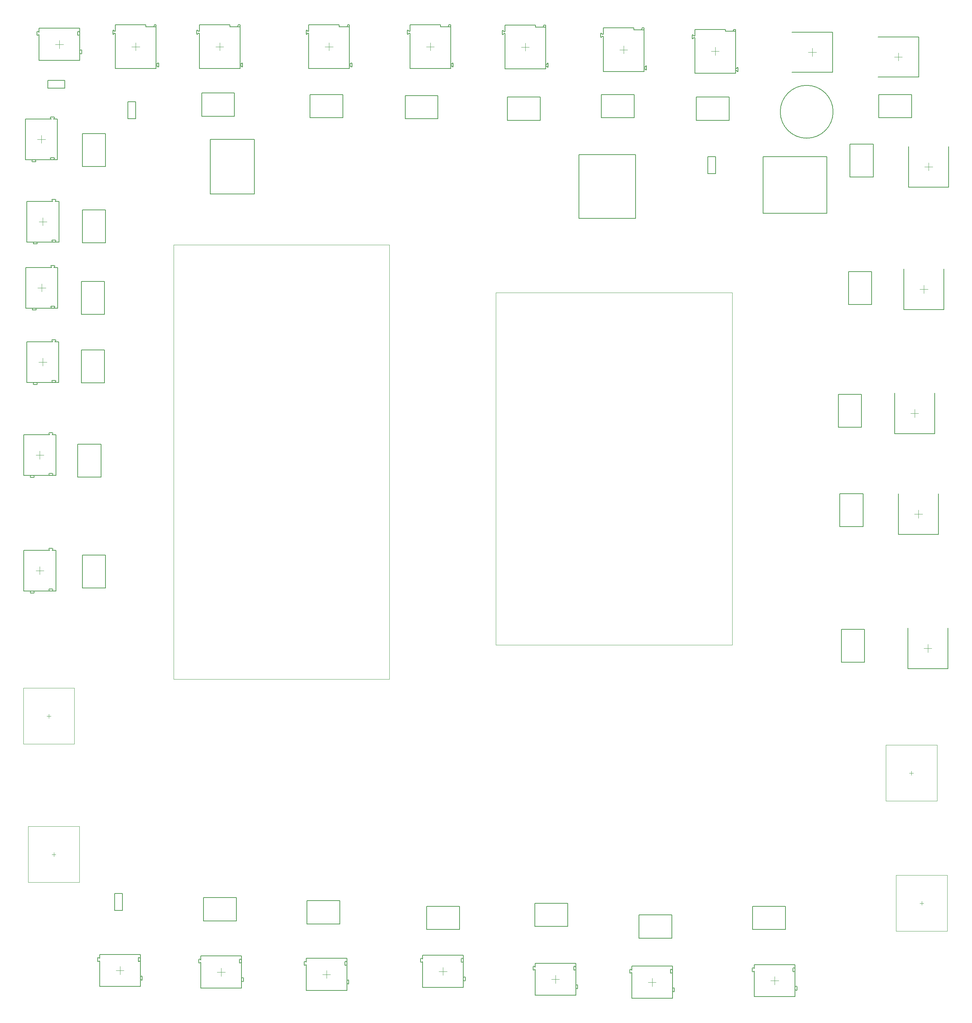
<source format=gbr>
%FSTAX25Y25*%
%MOIN*%
%SFA1B1*%

%IPPOS*%
%ADD34C,0.007874*%
%ADD48C,0.003937*%
%ADD49C,0.001969*%
G54D34*
X0090118Y0050669D02*
D01*
D01*
G75*
G03X0089527Y0050314I-0000196J-0000341D01*
G74*G01*
Y0046929D02*
D01*
D01*
G75*
G03X0090118Y0046574I0000405J0000007D01*
G74*G01*
X0129527Y0046929D02*
D01*
D01*
G75*
G03X0130118Y0046574I0000405J0000007D01*
G74*G01*
X0131496Y0046692D02*
D01*
D01*
G75*
G03X0130905Y0047047I-0000405J-0000007D01*
G74*G01*
Y0050196D02*
D01*
D01*
G75*
G03X0131496Y0050551I0000196J0000341D01*
G74*G01*
X0130118Y0050669D02*
D01*
D01*
G75*
G03X0129527Y0050314I-0000196J-0000341D01*
G74*G01*
X0133464Y0032047D02*
D01*
D01*
G75*
G03X0132874Y0032401I-0000405J-0000007D01*
G74*G01*
Y0028346D02*
D01*
D01*
G75*
G03X0133464Y0028661I0000196J0000342D01*
G74*G01*
X0189606Y0049133D02*
D01*
D01*
G75*
G03X0189015Y0048818I-0000196J-0000342D01*
G74*G01*
Y0045433D02*
D01*
D01*
G75*
G03X0189606Y0045078I0000405J0000007D01*
G74*G01*
X0229015Y0045433D02*
D01*
D01*
G75*
G03X0229606Y0045078I0000405J0000007D01*
G74*G01*
X0230984Y0045196D02*
D01*
D01*
G75*
G03X0230393Y0045551I-0000405J-0000007D01*
G74*G01*
Y00487D02*
D01*
D01*
G75*
G03X0230984Y0049055I0000196J0000341D01*
G74*G01*
X0229606Y0049133D02*
D01*
D01*
G75*
G03X0229015Y0048818I-0000196J-0000342D01*
G74*G01*
X0232952Y0030551D02*
D01*
D01*
G75*
G03X0232362Y0030905I-0000405J-0000007D01*
G74*G01*
Y0026811D02*
D01*
D01*
G75*
G03X0232952Y0027165I0000196J0000341D01*
G74*G01*
X029311Y004685D02*
D01*
D01*
G75*
G03X0292519Y0046535I-0000196J-0000342D01*
G74*G01*
Y0043149D02*
D01*
D01*
G75*
G03X029311Y0042795I0000405J0000007D01*
G74*G01*
X0332519Y0043149D02*
D01*
D01*
G75*
G03X033311Y0042795I0000405J0000007D01*
G74*G01*
X0334488Y0042913D02*
D01*
D01*
G75*
G03X0333897Y0043228I-0000373J0000011D01*
G74*G01*
Y0046417D02*
D01*
D01*
G75*
G03X0334488Y0046732I0000196J0000342D01*
G74*G01*
X033311Y004685D02*
D01*
D01*
G75*
G03X0332519Y0046535I-0000196J-0000342D01*
G74*G01*
X0336456Y0028267D02*
D01*
D01*
G75*
G03X0335866Y0028622I-0000405J-0000007D01*
G74*G01*
Y0024527D02*
D01*
D01*
G75*
G03X0336456Y0024881I0000196J0000341D01*
G74*G01*
X0407637Y0049881D02*
D01*
D01*
G75*
G03X0407047Y0049527I-0000196J-0000341D01*
G74*G01*
Y0046141D02*
D01*
D01*
G75*
G03X0407637Y0045787I0000405J0000007D01*
G74*G01*
X0447047Y0046141D02*
D01*
D01*
G75*
G03X0447637Y0045787I0000405J0000007D01*
G74*G01*
X0449015Y0045905D02*
D01*
D01*
G75*
G03X0448425Y0046259I-0000405J-0000007D01*
G74*G01*
Y0049409D02*
D01*
D01*
G75*
G03X0449015Y0049763I0000196J0000341D01*
G74*G01*
X0447637Y0049881D02*
D01*
D01*
G75*
G03X0447047Y0049527I-0000196J-0000341D01*
G74*G01*
X0450984Y0031259D02*
D01*
D01*
G75*
G03X0450393Y0031614I-0000405J-0000007D01*
G74*G01*
Y0027559D02*
D01*
D01*
G75*
G03X0450984Y0027874I0000196J0000342D01*
G74*G01*
X051811Y0042165D02*
D01*
D01*
G75*
G03X0517519Y0041811I-0000196J-0000341D01*
G74*G01*
Y0038425D02*
D01*
D01*
G75*
G03X051811Y003807I0000405J0000007D01*
G74*G01*
X0557519Y0038425D02*
D01*
D01*
G75*
G03X055811Y003807I0000405J0000007D01*
G74*G01*
X0559488Y0038188D02*
D01*
D01*
G75*
G03X0558897Y0038543I-0000405J-0000007D01*
G74*G01*
Y0041692D02*
D01*
D01*
G75*
G03X0559488Y0042047I0000196J0000341D01*
G74*G01*
X055811Y0042165D02*
D01*
D01*
G75*
G03X0557519Y0041811I-0000196J-0000341D01*
G74*G01*
X0561456Y0023543D02*
D01*
D01*
G75*
G03X0560866Y0023897I-0000405J-0000007D01*
G74*G01*
Y0019842D02*
D01*
D01*
G75*
G03X0561456Y0020157I0000196J0000342D01*
G74*G01*
X061311Y0039133D02*
D01*
D01*
G75*
G03X0612519Y0038818I-0000196J-0000342D01*
G74*G01*
Y0035433D02*
D01*
D01*
G75*
G03X061311Y0035078I0000405J0000007D01*
G74*G01*
X0652519Y0035433D02*
D01*
D01*
G75*
G03X065311Y0035078I0000405J0000007D01*
G74*G01*
X0654488Y0035196D02*
D01*
D01*
G75*
G03X0653897Y0035551I-0000405J-0000007D01*
G74*G01*
Y00387D02*
D01*
D01*
G75*
G03X0654488Y0039055I0000196J0000341D01*
G74*G01*
X065311Y0039133D02*
D01*
D01*
G75*
G03X0652519Y0038818I-0000196J-0000342D01*
G74*G01*
X0656456Y0020551D02*
D01*
D01*
G75*
G03X0655866Y0020905I-0000405J-0000007D01*
G74*G01*
Y0016811D02*
D01*
D01*
G75*
G03X0656456Y0017165I0000196J0000341D01*
G74*G01*
X0733622Y0040669D02*
D01*
D01*
G75*
G03X0733031Y0040314I-0000196J-0000341D01*
G74*G01*
Y0036929D02*
D01*
D01*
G75*
G03X0733622Y0036574I0000405J0000007D01*
G74*G01*
X0773031Y0036929D02*
D01*
D01*
G75*
G03X0773622Y0036574I0000405J0000007D01*
G74*G01*
X0775Y0036692D02*
D01*
D01*
G75*
G03X0774409Y0037047I-0000405J-0000007D01*
G74*G01*
Y0040196D02*
D01*
D01*
G75*
G03X0775Y0040551I0000196J0000341D01*
G74*G01*
X0773622Y0040669D02*
D01*
D01*
G75*
G03X0773031Y0040314I-0000196J-0000341D01*
G74*G01*
X0776968Y0022047D02*
D01*
D01*
G75*
G03X0776377Y0022401I-0000405J-0000007D01*
G74*G01*
Y0018346D02*
D01*
D01*
G75*
G03X0776968Y0018661I0000196J0000342D01*
G74*G01*
X0585511Y0958188D02*
D01*
D01*
G75*
G03X0585629Y0958149I0000076J0000034D01*
G74*G01*
X0584724Y0959133D02*
D01*
D01*
G75*
G03X0584566Y0959212I-0000157J-0000118D01*
G74*G01*
X0584173D02*
D01*
D01*
G75*
G03X0583976Y0959015I0J-0000196D01*
G74*G01*
Y0955472D02*
D01*
D01*
G75*
G03X0584173Y0955275I0000196J0D01*
G74*G01*
X0584566D02*
D01*
D01*
G75*
G03X0584724Y0955354I0J0000196D01*
G74*G01*
X0585629Y0956377D02*
D01*
D01*
G75*
G03X0585511Y0956299I-0000018J-0000100D01*
G74*G01*
X0627362Y0925944D02*
D01*
D01*
G75*
G03X0627519Y0926023I0J0000196D01*
G74*G01*
X0628464Y0927047D02*
D01*
D01*
G75*
G03X0628307Y0926968I0J-0000196D01*
G74*G01*
X0629015Y092685D02*
D01*
D01*
G75*
G03X0628818Y0927047I-0000196J0D01*
G74*G01*
Y092311D02*
D01*
D01*
G75*
G03X0629015Y0923307I0J0000196D01*
G74*G01*
X0628307Y0923149D02*
D01*
D01*
G75*
G03X0628464Y092311I0000095J0000045D01*
G74*G01*
X0627519Y0924094D02*
D01*
D01*
G75*
G03X0627362Y0924173I-0000157J-0000118D01*
G74*G01*
X0188503Y096122D02*
D01*
D01*
G75*
G03X0188661Y0961141I0000157J0000118D01*
G74*G01*
X0187716Y0962165D02*
D01*
D01*
G75*
G03X0187559Y0962204I-0000095J-0000045D01*
G74*G01*
X0187165D02*
D01*
D01*
G75*
G03X0186968Y0962007I0J-0000196D01*
G74*G01*
Y0958464D02*
D01*
D01*
G75*
G03X0187165Y0958267I0000196J0D01*
G74*G01*
X0187559D02*
D01*
D01*
G75*
G03X0187716Y0958346I-0J0000196D01*
G74*G01*
X0188661Y095937D02*
D01*
D01*
G75*
G03X0188503Y0959291I0J-0000196D01*
G74*G01*
X0230354Y0928937D02*
D01*
D01*
G75*
G03X0230511Y0929015I-0J0000196D01*
G74*G01*
X0231456Y0930039D02*
D01*
D01*
G75*
G03X0231299Y092996I0J-0000196D01*
G74*G01*
X0232007Y0929842D02*
D01*
D01*
G75*
G03X0231811Y0930039I-0000196J0D01*
G74*G01*
Y0926102D02*
D01*
D01*
G75*
G03X0232007Y0926299I0J0000196D01*
G74*G01*
X0231299Y0926181D02*
D01*
D01*
G75*
G03X0231456Y0926102I0000157J0000118D01*
G74*G01*
X0230511Y0927125D02*
D01*
D01*
G75*
G03X0230354Y0927165I-0000095J-0000045D01*
G74*G01*
X0105984Y096122D02*
D01*
D01*
G75*
G03X0106141Y0961141I0000157J0000118D01*
G74*G01*
X0105196Y0962165D02*
D01*
D01*
G75*
G03X0105039Y0962204I-0000095J-0000045D01*
G74*G01*
X0104685D02*
D01*
D01*
G75*
G03X0104488Y0962007I0J-0000196D01*
G74*G01*
Y0958464D02*
D01*
D01*
G75*
G03X0104685Y0958267I0000196J0D01*
G74*G01*
X0105039D02*
D01*
D01*
G75*
G03X0105196Y0958346I-0J0000196D01*
G74*G01*
X0106141Y095937D02*
D01*
D01*
G75*
G03X0105984Y0959291I0J-0000196D01*
G74*G01*
X0147834Y0928937D02*
D01*
D01*
G75*
G03X0147992Y0929015I-0J0000196D01*
G74*G01*
X0148937Y0930039D02*
D01*
D01*
G75*
G03X0148779Y092996I0J-0000196D01*
G74*G01*
X0149527Y0929842D02*
D01*
D01*
G75*
G03X014933Y0930039I-0000196J0D01*
G74*G01*
Y0926102D02*
D01*
D01*
G75*
G03X0149527Y0926299I0J0000196D01*
G74*G01*
X0148779Y0926181D02*
D01*
D01*
G75*
G03X0148937Y0926102I0000157J0000118D01*
G74*G01*
X0147992Y0927125D02*
D01*
D01*
G75*
G03X0147834Y0927165I-0000095J-0000045D01*
G74*G01*
X0295984Y096122D02*
D01*
D01*
G75*
G03X0296141Y0961141I0000157J0000118D01*
G74*G01*
X0295196Y0962165D02*
D01*
D01*
G75*
G03X0295039Y0962204I-0000095J-0000045D01*
G74*G01*
X0294685D02*
D01*
D01*
G75*
G03X0294488Y0962007I0J-0000196D01*
G74*G01*
Y0958464D02*
D01*
D01*
G75*
G03X0294685Y0958267I0000196J0D01*
G74*G01*
X0295039D02*
D01*
D01*
G75*
G03X0295196Y0958346I-0J0000196D01*
G74*G01*
X0296141Y095937D02*
D01*
D01*
G75*
G03X0295984Y0959291I0J-0000196D01*
G74*G01*
X0337834Y0928937D02*
D01*
D01*
G75*
G03X0337992Y0929015I-0J0000196D01*
G74*G01*
X0338937Y0930039D02*
D01*
D01*
G75*
G03X0338779Y092996I0J-0000196D01*
G74*G01*
X0339527Y0929842D02*
D01*
D01*
G75*
G03X033933Y0930039I-0000196J0D01*
G74*G01*
Y0926102D02*
D01*
D01*
G75*
G03X0339527Y0926299I0J0000196D01*
G74*G01*
X0338779Y0926181D02*
D01*
D01*
G75*
G03X0338937Y0926102I0000157J0000118D01*
G74*G01*
X0337992Y0927125D02*
D01*
D01*
G75*
G03X0337834Y0927165I-0000095J-0000045D01*
G74*G01*
X0395511Y096122D02*
D01*
D01*
G75*
G03X0395629Y0961141I0000181J0000144D01*
G74*G01*
X0394724Y0962165D02*
D01*
D01*
G75*
G03X0394566Y0962204I-0000095J-0000045D01*
G74*G01*
X0394173D02*
D01*
D01*
G75*
G03X0393976Y0962007I-0J-0000196D01*
G74*G01*
Y0958464D02*
D01*
D01*
G75*
G03X0394173Y0958267I0000196J0D01*
G74*G01*
X0394566D02*
D01*
D01*
G75*
G03X0394724Y0958346I-0J0000196D01*
G74*G01*
X0395629Y095937D02*
D01*
D01*
G75*
G03X0395511Y0959291I-0000018J-0000100D01*
G74*G01*
X0437362Y0928937D02*
D01*
D01*
G75*
G03X0437519Y0929015I0J0000196D01*
G74*G01*
X0438464Y0930039D02*
D01*
D01*
G75*
G03X0438307Y092996I0J-0000196D01*
G74*G01*
X0439015Y0929842D02*
D01*
D01*
G75*
G03X0438818Y0930039I-0000196J0D01*
G74*G01*
Y0926102D02*
D01*
D01*
G75*
G03X0439015Y0926299I0J0000196D01*
G74*G01*
X0438307Y0926181D02*
D01*
D01*
G75*
G03X0438464Y0926102I0000157J0000118D01*
G74*G01*
X0437519Y0927125D02*
D01*
D01*
G75*
G03X0437362Y0927165I-0000095J-0000045D01*
G74*G01*
X0488858Y0960905D02*
D01*
D01*
G75*
G03X0488976Y0960826I0000181J0000144D01*
G74*G01*
X0488031Y096185D02*
D01*
D01*
G75*
G03X0487913Y0961929I-0000181J-0000144D01*
G74*G01*
X0487519D02*
D01*
D01*
G75*
G03X0487322Y0961732I0J-0000196D01*
G74*G01*
Y0958188D02*
D01*
D01*
G75*
G03X0487519Y0957992I0000196J0D01*
G74*G01*
X0487913D02*
D01*
D01*
G75*
G03X0488031Y0958031I0J0000196D01*
G74*G01*
X0488976Y0959055D02*
D01*
D01*
G75*
G03X0488858Y0958976I-0000018J-0000100D01*
G74*G01*
X0530708Y0928661D02*
D01*
D01*
G75*
G03X0530826Y09287I-0J0000196D01*
G74*G01*
X0531771Y0929724D02*
D01*
D01*
G75*
G03X0531653Y0929645I-0000018J-0000100D01*
G74*G01*
X0532362Y0929527D02*
D01*
D01*
G75*
G03X0532165Y0929724I-0000196J0D01*
G74*G01*
Y0925787D02*
D01*
D01*
G75*
G03X0532362Y0925984I0J0000196D01*
G74*G01*
X0531653Y0925866D02*
D01*
D01*
G75*
G03X0531771Y0925787I0000181J0000144D01*
G74*G01*
X0530826Y0926811D02*
D01*
D01*
G75*
G03X0530708Y0926889I-0000181J-0000144D01*
G74*G01*
X0675511Y0956692D02*
D01*
D01*
G75*
G03X0675629Y0956653I0000076J0000034D01*
G74*G01*
X0674724Y0957637D02*
D01*
D01*
G75*
G03X0674566Y0957716I-0000157J-0000118D01*
G74*G01*
X0674173D02*
D01*
D01*
G75*
G03X0673976Y0957519I0J-0000196D01*
G74*G01*
Y0953976D02*
D01*
D01*
G75*
G03X0674173Y0953779I0000196J0D01*
G74*G01*
X0674566D02*
D01*
D01*
G75*
G03X0674724Y0953858I0J0000196D01*
G74*G01*
X0675629Y0954881D02*
D01*
D01*
G75*
G03X0675511Y0954803I-0000018J-0000100D01*
G74*G01*
X0717362Y0924448D02*
D01*
D01*
G75*
G03X0717519Y0924527I0J0000196D01*
G74*G01*
X0718464Y0925551D02*
D01*
D01*
G75*
G03X0718307Y0925472I0J-0000196D01*
G74*G01*
X0719015Y0925354D02*
D01*
D01*
G75*
G03X0718818Y0925551I-0000196J0D01*
G74*G01*
Y0921614D02*
D01*
D01*
G75*
G03X0719015Y0921811I0J0000196D01*
G74*G01*
X0718307Y0921653D02*
D01*
D01*
G75*
G03X0718464Y0921614I0000095J0000045D01*
G74*G01*
X0717519Y0922598D02*
D01*
D01*
G75*
G03X0717362Y0922677I-0000157J-0000118D01*
G74*G01*
X0045669Y0452362D02*
D01*
D01*
G75*
G03X0045314Y0452952I-0000341J0000196D01*
G74*G01*
X0041929D02*
D01*
D01*
G75*
G03X0041574Y0452362I0000007J-0000405D01*
G74*G01*
X0041929Y0412952D02*
D01*
D01*
G75*
G03X0041574Y0412362I0000007J-0000405D01*
G74*G01*
X0041692Y0410984D02*
D01*
D01*
G75*
G03X0042047Y0411574I-0000007J0000405D01*
G74*G01*
X0045196D02*
D01*
D01*
G75*
G03X0045551Y0410984I0000341J-0000196D01*
G74*G01*
X0045669Y0412362D02*
D01*
D01*
G75*
G03X0045314Y0412952I-0000341J0000196D01*
G74*G01*
X0027047Y0409015D02*
D01*
D01*
G75*
G03X0027401Y0409606I-0000007J0000405D01*
G74*G01*
X0023346D02*
D01*
D01*
G75*
G03X0023661Y0409015I0000342J-0000196D01*
G74*G01*
X0030629Y0961141D02*
D01*
D01*
G75*
G03X0030039Y0960826I-0000196J-0000342D01*
G74*G01*
Y0957401D02*
D01*
D01*
G75*
G03X0030629Y0957086I0000373J-0000011D01*
G74*G01*
X0070039Y0957401D02*
D01*
D01*
G75*
G03X0070629Y0957086I0000373J-0000011D01*
G74*G01*
X0072007Y0957204D02*
D01*
D01*
G75*
G03X0071417Y0957519I-0000373J0000011D01*
G74*G01*
Y0960708D02*
D01*
D01*
G75*
G03X0072007Y0961023I0000196J0000342D01*
G74*G01*
X0070629Y0961141D02*
D01*
D01*
G75*
G03X0070039Y0960826I-0000196J-0000342D01*
G74*G01*
X0073976Y0942559D02*
D01*
D01*
G75*
G03X0073385Y0942913I-0000405J-0000007D01*
G74*G01*
Y0938818D02*
D01*
D01*
G75*
G03X0073976Y0939173I0000196J0000341D01*
G74*G01*
X0047165Y0876377D02*
D01*
D01*
G75*
G03X0046811Y0876968I-0000341J0000196D01*
G74*G01*
X0043425D02*
D01*
D01*
G75*
G03X004307Y0876377I0000007J-0000405D01*
G74*G01*
X0043425Y0836968D02*
D01*
D01*
G75*
G03X004307Y0836377I0000007J-0000405D01*
G74*G01*
X0043188Y0835D02*
D01*
D01*
G75*
G03X0043543Y083559I-0000007J0000405D01*
G74*G01*
X0046692D02*
D01*
D01*
G75*
G03X0047047Y0835I0000341J-0000196D01*
G74*G01*
X0047165Y0836377D02*
D01*
D01*
G75*
G03X0046811Y0836968I-0000341J0000196D01*
G74*G01*
X0028543Y0833031D02*
D01*
D01*
G75*
G03X0028897Y0833622I-0000007J0000405D01*
G74*G01*
X0024842D02*
D01*
D01*
G75*
G03X0025157Y0833031I0000342J-0000196D01*
G74*G01*
X0048661Y0795393D02*
D01*
D01*
G75*
G03X0048307Y0795984I-0000341J0000196D01*
G74*G01*
X0044921D02*
D01*
D01*
G75*
G03X0044566Y0795393I0000007J-0000405D01*
G74*G01*
X0044921Y0755984D02*
D01*
D01*
G75*
G03X0044566Y0755393I0000007J-0000405D01*
G74*G01*
X0044685Y0754015D02*
D01*
D01*
G75*
G03X0045039Y0754606I-0000007J0000405D01*
G74*G01*
X0048188D02*
D01*
D01*
G75*
G03X0048543Y0754015I0000341J-0000196D01*
G74*G01*
X0048661Y0755393D02*
D01*
D01*
G75*
G03X0048307Y0755984I-0000341J0000196D01*
G74*G01*
X0030078Y0752047D02*
D01*
D01*
G75*
G03X0030393Y0752637I0000011J0000373D01*
G74*G01*
X0026338D02*
D01*
D01*
G75*
G03X0026653Y0752047I0000342J-0000196D01*
G74*G01*
X0045669Y0565866D02*
D01*
D01*
G75*
G03X0045314Y0566456I-0000341J0000196D01*
G74*G01*
X0041929D02*
D01*
D01*
G75*
G03X0041574Y0565866I0000007J-0000405D01*
G74*G01*
X0041929Y0526456D02*
D01*
D01*
G75*
G03X0041574Y0525866I0000007J-0000405D01*
G74*G01*
X0041692Y0524488D02*
D01*
D01*
G75*
G03X0042047Y0525078I-0000007J0000405D01*
G74*G01*
X0045196D02*
D01*
D01*
G75*
G03X0045551Y0524488I0000341J-0000196D01*
G74*G01*
X0045669Y0525866D02*
D01*
D01*
G75*
G03X0045314Y0526456I-0000341J0000196D01*
G74*G01*
X0027047Y0522519D02*
D01*
D01*
G75*
G03X0027401Y052311I-0000007J0000405D01*
G74*G01*
X0023346D02*
D01*
D01*
G75*
G03X0023661Y0522519I0000342J-0000196D01*
G74*G01*
X0047559Y0730393D02*
D01*
D01*
G75*
G03X0047244Y0730984I-0000342J0000196D01*
G74*G01*
X0043858D02*
D01*
D01*
G75*
G03X0043503Y0730393I0000007J-0000405D01*
G74*G01*
X0043858Y0690984D02*
D01*
D01*
G75*
G03X0043503Y0690393I0000007J-0000405D01*
G74*G01*
X0043622Y0689015D02*
D01*
D01*
G75*
G03X0043976Y0689606I-0000007J0000405D01*
G74*G01*
X0047125D02*
D01*
D01*
G75*
G03X004748Y0689015I0000341J-0000196D01*
G74*G01*
X0047559Y0690393D02*
D01*
D01*
G75*
G03X0047244Y0690984I-0000342J0000196D01*
G74*G01*
X0028976Y0687047D02*
D01*
D01*
G75*
G03X002933Y0687637I-0000007J0000405D01*
G74*G01*
X0025236D02*
D01*
D01*
G75*
G03X002559Y0687047I0000341J-0000196D01*
G74*G01*
X0048582Y0657362D02*
D01*
D01*
G75*
G03X0048228Y0657952I-0000341J0000196D01*
G74*G01*
X0044842D02*
D01*
D01*
G75*
G03X0044488Y0657362I0000007J-0000405D01*
G74*G01*
X0044842Y0617952D02*
D01*
D01*
G75*
G03X0044488Y0617362I0000007J-0000405D01*
G74*G01*
X0044606Y0615984D02*
D01*
D01*
G75*
G03X004496Y0616574I-0000007J0000405D01*
G74*G01*
X004811D02*
D01*
D01*
G75*
G03X0048464Y0615984I0000341J-0000196D01*
G74*G01*
X0048582Y0617362D02*
D01*
D01*
G75*
G03X0048228Y0617952I-0000341J0000196D01*
G74*G01*
X003Y0614015D02*
D01*
D01*
G75*
G03X0030314Y0614606I0000011J0000373D01*
G74*G01*
X0026259D02*
D01*
D01*
G75*
G03X0026614Y0614015I0000341J-0000196D01*
G74*G01*
X0760511Y0882007D02*
D01*
D01*
G75*
G03X081248I0025984J0D01*
G74*G01*
D01*
D01*
G75*
G03X0760511I-0025984J0D01*
G74*G01*
X0057283Y0905157D02*
Y0912834D01*
X0040748D02*
X0057283D01*
X0040748Y0905157D02*
Y0912834D01*
Y0905157D02*
X0057283D01*
X039185Y0875078D02*
Y0897913D01*
Y0875078D02*
X0424133D01*
Y0897913*
X039185D02*
X0424133D01*
X0876535Y0466496D02*
X0915905D01*
X0876535D02*
Y0506496D01*
X0915905Y0466496D02*
Y0506496D01*
X0885826Y0334488D02*
X0925196D01*
X0885826D02*
Y0374488D01*
X0925196Y0334488D02*
Y0374488D01*
X0812007Y0920826D02*
Y0960196D01*
X0772007Y0920826D02*
X0812007D01*
X0772007Y0960196D02*
X0812007D01*
X0091496Y0053543D02*
X0131496D01*
X0091496Y0049842D02*
Y0053543D01*
X0090118Y0050669D02*
X0091496Y0049842D01*
X0089527Y0046929D02*
Y0050314D01*
X0090118Y0046574D02*
X0091496Y0047362D01*
Y0022047D02*
Y0047362D01*
Y0022047D02*
X0131496D01*
Y0053543*
X0130118Y0046574D02*
X0130905Y0047047D01*
X0130118Y0050669D02*
X0130905Y0050196D01*
X0129527Y0046929D02*
Y0050314D01*
X0131496Y0029133D02*
X0132874Y0028346D01*
X0131496Y0031614D02*
X0132874Y0032401D01*
X0133464Y0028661D02*
Y0032047D01*
X0190984Y0052047D02*
X0230984D01*
X0190984Y0048346D02*
Y0052047D01*
X0189606Y0049133D02*
X0190984Y0048346D01*
X0189015Y0045433D02*
Y0048818D01*
X0189606Y0045078D02*
X0190984Y0045866D01*
Y0020551D02*
Y0045866D01*
Y0020551D02*
X0230984D01*
Y0052047*
X0229606Y0045078D02*
X0230393Y0045551D01*
X0229606Y0049133D02*
X0230393Y00487D01*
X0229015Y0045433D02*
Y0048818D01*
X0230984Y0027637D02*
X0232362Y0026811D01*
X0230984Y0030118D02*
X0232362Y0030905D01*
X0232952Y0027165D02*
Y0030551D01*
X0294488Y0049763D02*
X0334488D01*
X0294488Y0046062D02*
Y0049763D01*
X029311Y004685D02*
X0294488Y0046062D01*
X0292519Y0043149D02*
Y0046535D01*
X029311Y0042795D02*
X0294488Y0043582D01*
Y0018267D02*
Y0043582D01*
Y0018267D02*
X0334488D01*
Y0049763*
X033311Y0042795D02*
X0333897Y0043228D01*
X033311Y004685D02*
X0333897Y0046417D01*
X0332519Y0043149D02*
Y0046535D01*
X0334488Y0025354D02*
X0335866Y0024527D01*
X0334488Y0027834D02*
X0335866Y0028622D01*
X0336456Y0024881D02*
Y0028267D01*
X0409015Y0052755D02*
X0449015D01*
X0409015Y0049055D02*
Y0052755D01*
X0407637Y0049881D02*
X0409015Y0049055D01*
X0407047Y0046141D02*
Y0049527D01*
X0407637Y0045787D02*
X0409015Y0046574D01*
Y0021259D02*
Y0046574D01*
Y0021259D02*
X0449015D01*
Y0052755*
X0447637Y0045787D02*
X0448425Y0046259D01*
X0447637Y0049881D02*
X0448425Y0049409D01*
X0447047Y0046141D02*
Y0049527D01*
X0449015Y0028346D02*
X0450393Y0027559D01*
X0449015Y0030826D02*
X0450393Y0031614D01*
X0450984Y0027874D02*
Y0031259D01*
X0519488Y0045039D02*
X0559488D01*
X0519488Y0041338D02*
Y0045039D01*
X051811Y0042165D02*
X0519488Y0041338D01*
X0517519Y0038425D02*
Y0041811D01*
X051811Y003807D02*
X0519488Y0038858D01*
Y0013543D02*
Y0038858D01*
Y0013543D02*
X0559488D01*
Y0045039*
X055811Y003807D02*
X0558897Y0038543D01*
X055811Y0042165D02*
X0558897Y0041692D01*
X0557519Y0038425D02*
Y0041811D01*
X0559488Y0020629D02*
X0560866Y0019842D01*
X0559488Y002311D02*
X0560866Y0023897D01*
X0561456Y0020157D02*
Y0023543D01*
X0614488Y0042047D02*
X0654488D01*
X0614488Y0038346D02*
Y0042047D01*
X061311Y0039133D02*
X0614488Y0038346D01*
X0612519Y0035433D02*
Y0038818D01*
X061311Y0035078D02*
X0614488Y0035866D01*
Y0010551D02*
Y0035866D01*
Y0010551D02*
X0654488D01*
Y0042047*
X065311Y0035078D02*
X0653897Y0035551D01*
X065311Y0039133D02*
X0653897Y00387D01*
X0652519Y0035433D02*
Y0038818D01*
X0654488Y0017637D02*
X0655866Y0016811D01*
X0654488Y0020118D02*
X0655866Y0020905D01*
X0656456Y0017165D02*
Y0020551D01*
X0735Y0043543D02*
X0775D01*
X0735Y0039842D02*
Y0043543D01*
X0733622Y0040669D02*
X0735Y0039842D01*
X0733031Y0036929D02*
Y0040314D01*
X0733622Y0036574D02*
X0735Y0037362D01*
Y0012047D02*
Y0037362D01*
Y0012047D02*
X0775D01*
Y0043543*
X0773622Y0036574D02*
X0774409Y0037047D01*
X0773622Y0040669D02*
X0774409Y0040196D01*
X0773031Y0036929D02*
Y0040314D01*
X0775Y0019133D02*
X0776377Y0018346D01*
X0775Y0021614D02*
X0776377Y0022401D01*
X0776968Y0018661D02*
Y0022047D01*
X0896496Y0916299D02*
Y0955669D01*
X0856496Y0916299D02*
X0896496D01*
X0856496Y0955669D02*
X0896496D01*
X0886535Y0807992D02*
X0925905D01*
X0886535D02*
Y0847992D01*
X0925905Y0807992D02*
Y0847992D01*
X0882047Y068748D02*
X0921417D01*
X0882047D02*
Y0727519D01*
X0921417Y068748D02*
Y0727519D01*
X0872834Y0565511D02*
X0912204D01*
X0872834D02*
Y0605511D01*
X0912204Y0565511D02*
Y0605511D01*
X0586496Y0964527D02*
X0616496D01*
X0586496Y0958149D02*
Y0964527D01*
X0585629Y0958149D02*
X0586496D01*
X0584724Y0959133D02*
X0585511Y0958188D01*
X0584173Y0959212D02*
X0584566D01*
X0583976Y0955472D02*
Y0959015D01*
X0584173Y0955275D02*
X0584566D01*
X0584724Y0955354D02*
X0585511Y0956299D01*
X0585629Y0956377D02*
X0586496D01*
Y0921456D02*
Y0956377D01*
Y0921456D02*
X0626496D01*
Y0964527*
X0616496Y0962559D02*
X0626496D01*
X0624763Y0964527D02*
X0626496D01*
X0624409Y0962559D02*
X0624763Y0964527D01*
X0616496Y0962559D02*
Y0964527D01*
X0626496Y0925944D02*
X0627362D01*
X0627519Y0926023D02*
X0628307Y0926968D01*
X0628464Y0927047D02*
X0628818D01*
X0629015Y0923307D02*
Y092685D01*
X0628464Y092311D02*
X0628818D01*
X0627519Y0924094D02*
X0628307Y0923149D01*
X0626496Y0924173D02*
X0627362D01*
X0189488Y0967519D02*
X0219488D01*
X0189488Y0961141D02*
Y0967519D01*
X0188661Y0961141D02*
X0189488D01*
X0187716Y0962165D02*
X0188503Y096122D01*
X0187165Y0962204D02*
X0187559D01*
X0186968Y0958464D02*
Y0962007D01*
X0187165Y0958267D02*
X0187559D01*
X0187716Y0958346D02*
X0188503Y0959291D01*
X0188661Y095937D02*
X0189488D01*
Y0924448D02*
Y095937D01*
Y0924448D02*
X0229488D01*
Y0967519*
X0219488Y0965551D02*
X0229488D01*
X0227755Y0967519D02*
X0229488D01*
X0227401Y0965551D02*
X0227755Y0967519D01*
X0219488Y0965551D02*
Y0967519D01*
X0229488Y0928937D02*
X0230354D01*
X0230511Y0929015D02*
X0231299Y092996D01*
X0231456Y0930039D02*
X0231811D01*
X0232007Y0926299D02*
Y0929842D01*
X0231456Y0926102D02*
X0231811D01*
X0230511Y0927125D02*
X0231299Y0926181D01*
X0229488Y0927165D02*
X0230354D01*
X0107007Y0967519D02*
X0137007D01*
X0107007Y0961141D02*
Y0967519D01*
X0106141Y0961141D02*
X0107007D01*
X0105196Y0962165D02*
X0105984Y096122D01*
X0104685Y0962204D02*
X0105039D01*
X0104488Y0958464D02*
Y0962007D01*
X0104685Y0958267D02*
X0105039D01*
X0105196Y0958346D02*
X0105984Y0959291D01*
X0106141Y095937D02*
X0107007D01*
Y0924448D02*
Y095937D01*
Y0924448D02*
X0147007D01*
Y0967519*
X0137007Y0965551D02*
X0147007D01*
X0145275Y0967519D02*
X0147007D01*
X0144921Y0965551D02*
X0145275Y0967519D01*
X0137007Y0965551D02*
Y0967519D01*
X0147007Y0928937D02*
X0147834D01*
X0147992Y0929015D02*
X0148779Y092996D01*
X0148937Y0930039D02*
X014933D01*
X0149527Y0926299D02*
Y0929842D01*
X0148937Y0926102D02*
X014933D01*
X0147992Y0927125D02*
X0148779Y0926181D01*
X0147007Y0927165D02*
X0147834D01*
X0297007Y0967519D02*
X0327007D01*
X0297007Y0961141D02*
Y0967519D01*
X0296141Y0961141D02*
X0297007D01*
X0295196Y0962165D02*
X0295984Y096122D01*
X0294685Y0962204D02*
X0295039D01*
X0294488Y0958464D02*
Y0962007D01*
X0294685Y0958267D02*
X0295039D01*
X0295196Y0958346D02*
X0295984Y0959291D01*
X0296141Y095937D02*
X0297007D01*
Y0924448D02*
Y095937D01*
Y0924448D02*
X0337007D01*
Y0967519*
X0327007Y0965551D02*
X0337007D01*
X0335275Y0967519D02*
X0337007D01*
X0334921Y0965551D02*
X0335275Y0967519D01*
X0327007Y0965551D02*
Y0967519D01*
X0337007Y0928937D02*
X0337834D01*
X0337992Y0929015D02*
X0338779Y092996D01*
X0338937Y0930039D02*
X033933D01*
X0339527Y0926299D02*
Y0929842D01*
X0338937Y0926102D02*
X033933D01*
X0337992Y0927125D02*
X0338779Y0926181D01*
X0337007Y0927165D02*
X0337834D01*
X0396496Y0967519D02*
X0426496D01*
X0396496Y0961141D02*
Y0967519D01*
X0395629Y0961141D02*
X0396496D01*
X0394724Y0962165D02*
X0395511Y096122D01*
X0394173Y0962204D02*
X0394566D01*
X0393976Y0958464D02*
Y0962007D01*
X0394173Y0958267D02*
X0394566D01*
X0394724Y0958346D02*
X0395511Y0959291D01*
X0395629Y095937D02*
X0396496D01*
Y0924448D02*
Y095937D01*
Y0924448D02*
X0436496D01*
Y0967519*
X0426496Y0965551D02*
X0436496D01*
X0434763Y0967519D02*
X0436496D01*
X0434409Y0965551D02*
X0434763Y0967519D01*
X0426496Y0965551D02*
Y0967519D01*
X0436496Y0928937D02*
X0437362D01*
X0437519Y0929015D02*
X0438307Y092996D01*
X0438464Y0930039D02*
X0438818D01*
X0439015Y0926299D02*
Y0929842D01*
X0438464Y0926102D02*
X0438818D01*
X0437519Y0927125D02*
X0438307Y0926181D01*
X0436496Y0927165D02*
X0437362D01*
X0489842Y0967244D02*
X0519842D01*
X0489842Y0960826D02*
Y0967244D01*
X0488976Y0960826D02*
X0489842D01*
X0488031Y096185D02*
X0488858Y0960905D01*
X0487519Y0961929D02*
X0487913D01*
X0487322Y0958188D02*
Y0961732D01*
X0487519Y0957992D02*
X0487913D01*
X0488031Y0958031D02*
X0488858Y0958976D01*
X0488976Y0959055D02*
X0489842D01*
Y0924173D02*
Y0959055D01*
Y0924173D02*
X0529842D01*
Y0967244*
X0519842Y0965275D02*
X0529842D01*
X052811Y0967244D02*
X0529842D01*
X0527755Y0965275D02*
X052811Y0967244D01*
X0519842Y0965275D02*
Y0967244D01*
X0529842Y0928661D02*
X0530708D01*
X0530826Y09287D02*
X0531653Y0929645D01*
X0531771Y0929724D02*
X0532165D01*
X0532362Y0925984D02*
Y0929527D01*
X0531771Y0925787D02*
X0532165D01*
X0530826Y0926811D02*
X0531653Y0925866D01*
X0529842Y0926889D02*
X0530708D01*
X0676496Y0963031D02*
X0706496D01*
X0676496Y0956653D02*
Y0963031D01*
X0675629Y0956653D02*
X0676496D01*
X0674724Y0957637D02*
X0675511Y0956692D01*
X0674173Y0957716D02*
X0674566D01*
X0673976Y0953976D02*
Y0957519D01*
X0674173Y0953779D02*
X0674566D01*
X0674724Y0953858D02*
X0675511Y0954803D01*
X0675629Y0954881D02*
X0676496D01*
Y091996D02*
Y0954881D01*
Y091996D02*
X0716496D01*
Y0963031*
X0706496Y0961062D02*
X0716496D01*
X0714763Y0963031D02*
X0716496D01*
X0714409Y0961062D02*
X0714763Y0963031D01*
X0706496Y0961062D02*
Y0963031D01*
X0716496Y0924448D02*
X0717362D01*
X0717519Y0924527D02*
X0718307Y0925472D01*
X0718464Y0925551D02*
X0718818D01*
X0719015Y0921811D02*
Y0925354D01*
X0718464Y0921614D02*
X0718818D01*
X0717519Y0922598D02*
X0718307Y0921653D01*
X0716496Y0922677D02*
X0717362D01*
X0048543Y0410984D02*
Y0450984D01*
X0044842D02*
X0048543D01*
X0044842D02*
X0045669Y0452362D01*
X0041929Y0452952D02*
X0045314D01*
X0041574Y0452362D02*
X0042362Y0450984D01*
X0017047D02*
X0042362D01*
X0017047Y0410984D02*
Y0450984D01*
Y0410984D02*
X0048543D01*
X0041574Y0412362D02*
X0042047Y0411574D01*
X0045196D02*
X0045669Y0412362D01*
X0041929Y0412952D02*
X0045314D01*
X0023346Y0409606D02*
X0024133Y0410984D01*
X0026614D02*
X0027401Y0409606D01*
X0023661Y0409015D02*
X0027047D01*
X0032007Y0964055D02*
X0072007D01*
X0032007Y0960354D02*
Y0964055D01*
X0030629Y0961141D02*
X0032007Y0960354D01*
X0030039Y0957401D02*
Y0960826D01*
X0030629Y0957086D02*
X0032007Y0957874D01*
Y0932559D02*
Y0957874D01*
Y0932559D02*
X0072007D01*
Y0964055*
X0070629Y0957086D02*
X0071417Y0957519D01*
X0070629Y0961141D02*
X0071417Y0960708D01*
X0070039Y0957401D02*
Y0960826D01*
X0072007Y0939606D02*
X0073385Y0938818D01*
X0072007Y0942086D02*
X0073385Y0942913D01*
X0073976Y0939173D02*
Y0942559D01*
X0050039Y0835D02*
Y0875D01*
X0046338D02*
X0050039D01*
X0046338D02*
X0047165Y0876377D01*
X0043425Y0876968D02*
X0046811D01*
X004307Y0876377D02*
X0043858Y0875D01*
X0018543D02*
X0043858D01*
X0018543Y0835D02*
Y0875D01*
Y0835D02*
X0050039D01*
X004307Y0836377D02*
X0043543Y083559D01*
X0046692D02*
X0047165Y0836377D01*
X0043425Y0836968D02*
X0046811D01*
X0024842Y0833622D02*
X0025629Y0835D01*
X002811D02*
X0028897Y0833622D01*
X0025157Y0833031D02*
X0028543D01*
X0051535Y0754015D02*
Y0794015D01*
X0047834D02*
X0051535D01*
X0047834D02*
X0048661Y0795393D01*
X0044921Y0795984D02*
X0048307D01*
X0044566Y0795393D02*
X0045354Y0794015D01*
X0020039D02*
X0045354D01*
X0020039Y0754015D02*
Y0794015D01*
Y0754015D02*
X0051535D01*
X0044566Y0755393D02*
X0045039Y0754606D01*
X0048188D02*
X0048661Y0755393D01*
X0044921Y0755984D02*
X0048307D01*
X0026338Y0752637D02*
X0027125Y0754015D01*
X0029606D02*
X0030393Y0752637D01*
X0026653Y0752047D02*
X0030078D01*
X0048543Y0524488D02*
Y0564488D01*
X0044842D02*
X0048543D01*
X0044842D02*
X0045669Y0565866D01*
X0041929Y0566456D02*
X0045314D01*
X0041574Y0565866D02*
X0042362Y0564488D01*
X0017047D02*
X0042362D01*
X0017047Y0524488D02*
Y0564488D01*
Y0524488D02*
X0048543D01*
X0041574Y0525866D02*
X0042047Y0525078D01*
X0045196D02*
X0045669Y0525866D01*
X0041929Y0526456D02*
X0045314D01*
X0023346Y052311D02*
X0024133Y0524488D01*
X0026614D02*
X0027401Y052311D01*
X0023661Y0522519D02*
X0027047D01*
X0050472Y0689015D02*
Y0729015D01*
X0046771D02*
X0050472D01*
X0046771D02*
X0047559Y0730393D01*
X0043858Y0730984D02*
X0047244D01*
X0043503Y0730393D02*
X0044291Y0729015D01*
X0018976D02*
X0044291D01*
X0018976Y0689015D02*
Y0729015D01*
Y0689015D02*
X0050472D01*
X0043503Y0690393D02*
X0043976Y0689606D01*
X0047125D02*
X0047559Y0690393D01*
X0043858Y0690984D02*
X0047244D01*
X0025236Y0687637D02*
X0026062Y0689015D01*
X0028543D02*
X002933Y0687637D01*
X002559Y0687047D02*
X0028976D01*
X0051456Y0615984D02*
Y0655984D01*
X0047795D02*
X0051456D01*
X0047795D02*
X0048582Y0657362D01*
X0044842Y0657952D02*
X0048228D01*
X0044488Y0657362D02*
X0045314Y0655984D01*
X001996D02*
X0045314D01*
X001996Y0615984D02*
Y0655984D01*
Y0615984D02*
X0051456D01*
X0044488Y0617362D02*
X004496Y0616574D01*
X004811D02*
X0048582Y0617362D01*
X0044842Y0617952D02*
X0048228D01*
X0026259Y0614606D02*
X0027047Y0615984D01*
X0029527D02*
X0030314Y0614606D01*
X0026614Y0614015D02*
X003D01*
X0562559Y0777204D02*
X0618464D01*
Y0839803*
X0562559D02*
X0618464D01*
X0562559Y0777204D02*
Y0839803D01*
X0200354Y080122D02*
X0243661D01*
Y0854763*
X0200354D02*
X0243661D01*
X0200354Y080122D02*
Y0854763D01*
X0689173Y082122D02*
X069685D01*
Y0837755*
X0689173D02*
X069685D01*
X0689173Y082122D02*
Y0837755D01*
X0584803Y0876062D02*
Y0898897D01*
Y0876062D02*
X0617086D01*
Y0898897*
X0584803D02*
X0617086D01*
X0492362Y0873582D02*
Y0896417D01*
Y0873582D02*
X0524645D01*
Y0896417*
X0492362D02*
X0524645D01*
X0298346Y0876062D02*
Y0898897D01*
Y0876062D02*
X0330629D01*
Y0898897*
X0298346D02*
X0330629D01*
X019185Y0877598D02*
Y0900433D01*
Y0877598D02*
X0224133D01*
Y0900433*
X019185D02*
X0224133D01*
X085744Y0876062D02*
Y0898897D01*
Y0876062D02*
X0889724D01*
Y0898897*
X085744D02*
X0889724D01*
X07437Y0782047D02*
Y0837952D01*
Y0782047D02*
X0806299D01*
Y0837952*
X07437D02*
X0806299D01*
X0654055Y0069566D02*
Y0092401D01*
X0621771D02*
X0654055D01*
X0621771Y0069566D02*
Y0092401D01*
Y0069566D02*
X0654055D01*
X0551653Y0081062D02*
Y0103937D01*
X051937D02*
X0551653D01*
X051937Y0081062D02*
Y0103937D01*
Y0081062D02*
X0551653D01*
X0445157Y007807D02*
Y0100905D01*
X0412874D02*
X0445157D01*
X0412874Y007807D02*
Y0100905D01*
Y007807D02*
X0445157D01*
X0327637Y0083582D02*
Y0106417D01*
X0295354D02*
X0327637D01*
X0295354Y0083582D02*
Y0106417D01*
Y0083582D02*
X0327637D01*
X0226062Y0086574D02*
Y0109409D01*
X0193779D02*
X0226062D01*
X0193779Y0086574D02*
Y0109409D01*
Y0086574D02*
X0226062D01*
X0765629Y007807D02*
Y0100905D01*
X0733346D02*
X0765629D01*
X0733346Y007807D02*
Y0100905D01*
Y007807D02*
X0765629D01*
X0119173Y0875236D02*
X012685D01*
Y0891771*
X0119173D02*
X012685D01*
X0119173Y0875236D02*
Y0891771D01*
X0710157Y0873582D02*
Y0896417D01*
X0677874D02*
X0710157D01*
X0677874Y0873582D02*
Y0896417D01*
Y0873582D02*
X0710157D01*
X0106181Y0096929D02*
X0113858D01*
Y0113464*
X0106181D02*
X0113858D01*
X0106181Y0096929D02*
Y0113464D01*
X082059Y0373188D02*
X0843425D01*
X082059Y0340944D02*
Y0373188D01*
Y0340944D02*
X0843425D01*
Y0373188*
X0819094Y0506653D02*
X0841929D01*
X0819094Y047437D02*
Y0506653D01*
Y047437D02*
X0841929D01*
Y0506653*
X0817598Y0604212D02*
X0840433D01*
X0817598Y0571929D02*
Y0604212D01*
Y0571929D02*
X0840433D01*
Y0604212*
X0827598Y0724724D02*
X0850433D01*
X0827598Y069244D02*
Y0724724D01*
Y069244D02*
X0850433D01*
Y0724724*
X0829094Y0850157D02*
X0851929D01*
X0829094Y0817874D02*
Y0850157D01*
Y0817874D02*
X0851929D01*
Y0850157*
X0074566Y0828346D02*
X0097401D01*
Y0860629*
X0074566D02*
X0097401D01*
X0074566Y0828346D02*
Y0860629D01*
Y0413858D02*
X0097401D01*
Y0446141*
X0074566D02*
X0097401D01*
X0074566Y0413858D02*
Y0446141D01*
X0073582Y0682874D02*
X0096417D01*
Y0715157*
X0073582D02*
X0096417D01*
X0073582Y0682874D02*
Y0715157D01*
X0074566Y0753346D02*
X0097401D01*
Y0785629*
X0074566D02*
X0097401D01*
X0074566Y0753346D02*
Y0785629D01*
X0073582Y0615433D02*
X0096417D01*
Y0647716*
X0073582D02*
X0096417D01*
X0073582Y0615433D02*
Y0647716D01*
X0070078Y0522874D02*
X0092913D01*
Y0555157*
X0070078D02*
X0092913D01*
X0070078Y0522874D02*
Y0555157D01*
G54D48*
X088744Y0232007D02*
X0891377D01*
X0889409Y0230039D02*
Y0233976D01*
X0897519Y0104015D02*
X0901456D01*
X0899488Y0102047D02*
Y0105984D01*
X0039606Y0287992D02*
X0043543D01*
X0041574Y0286023D02*
Y028996D01*
X089622Y0482559D02*
Y0490433D01*
X0892283Y0486496D02*
X0900157D01*
X0905511Y0350551D02*
Y0358425D01*
X0901574Y0354488D02*
X0909448D01*
X078807Y0940511D02*
X0795944D01*
X0792007Y0936574D02*
Y0944448D01*
X0107559Y0037795D02*
X0115433D01*
X0111496Y0033858D02*
Y0041732D01*
X0207047Y0036299D02*
X0214921D01*
X0210984Y0032362D02*
Y0040236D01*
X0310551Y0034015D02*
X0318425D01*
X0314488Y0030078D02*
Y0037952D01*
X0425078Y0037007D02*
X0432952D01*
X0429015Y003307D02*
Y0040944D01*
X0535551Y0029291D02*
X0543425D01*
X0539488Y0025354D02*
Y0033228D01*
X0630551Y0026299D02*
X0638425D01*
X0634488Y0022362D02*
Y0030236D01*
X0751062Y0027795D02*
X0758937D01*
X0755Y0023858D02*
Y0031732D01*
X0872559Y0935984D02*
X0880433D01*
X0876496Y0932047D02*
Y0939921D01*
X090622Y0824055D02*
Y0831929D01*
X0902283Y0827992D02*
X0910157D01*
X0901732Y0703582D02*
Y0711456D01*
X0897795Y0707519D02*
X0905669D01*
X0892519Y0581574D02*
Y0589448D01*
X0888582Y0585511D02*
X0896456D01*
X0606496Y0939055D02*
Y0946929D01*
X0602559Y0942992D02*
X0610433D01*
X0209488Y0942047D02*
Y0949921D01*
X0205551Y0945984D02*
X0213425D01*
X0127007Y0942047D02*
Y0949921D01*
X012307Y0945984D02*
X0130944D01*
X0317007Y0942047D02*
Y0949921D01*
X031307Y0945984D02*
X0320944D01*
X0416496Y0942047D02*
Y0949921D01*
X0412559Y0945984D02*
X0420433D01*
X0509842Y0941771D02*
Y0949645D01*
X0505905Y0945708D02*
X0513779D01*
X0696496Y0937559D02*
Y0945433D01*
X0692559Y0941496D02*
X0700433D01*
X0032795Y0427047D02*
Y0434921D01*
X0028858Y0430984D02*
X0036732D01*
X004807Y0948307D02*
X0055944D01*
X0052007Y094437D02*
Y0952244D01*
X0034291Y0851062D02*
Y0858937D01*
X0030354Y0855D02*
X0038228D01*
X0035787Y0770078D02*
Y0777952D01*
X003185Y0774015D02*
X0039724D01*
X0032795Y0540551D02*
Y0548425D01*
X0028858Y0544488D02*
X0036732D01*
X0034724Y0705078D02*
Y0712952D01*
X0030787Y0709015D02*
X0038661D01*
X0035708Y0632047D02*
Y0639921D01*
X0031771Y0635984D02*
X0039645D01*
X0044527Y0152007D02*
X0048464D01*
X0046496Y0150039D02*
Y0153976D01*
G54D49*
X0864291Y0204448D02*
Y0259566D01*
X0914488Y0204448D02*
Y0259566D01*
X0864291D02*
X0914488D01*
X0864291Y0204448D02*
X0914488D01*
X0874409Y0076456D02*
Y0131574D01*
X0924606Y0076456D02*
Y0131574D01*
X0874409D02*
X0924606D01*
X0874409Y0076456D02*
X0924606D01*
X0016496Y0260433D02*
Y0315551D01*
X0066692Y0260433D02*
Y0315551D01*
X0016496D02*
X0066692D01*
X0016496Y0260433D02*
X0066692D01*
X0480944Y0704291D02*
X0713228D01*
Y0357834D02*
Y0704291D01*
X0480944Y0357834D02*
X0713228D01*
X0480944D02*
Y0704291D01*
X0021417Y0124448D02*
Y0179566D01*
X0071614Y0124448D02*
Y0179566D01*
X0021417D02*
X0071614D01*
X0021417Y0124448D02*
X0071614D01*
X0164448Y0751102D02*
X0376417D01*
X0164448Y0324133D02*
Y0751102D01*
Y0324133D02*
X0376417D01*
Y0751102*
M02*
</source>
